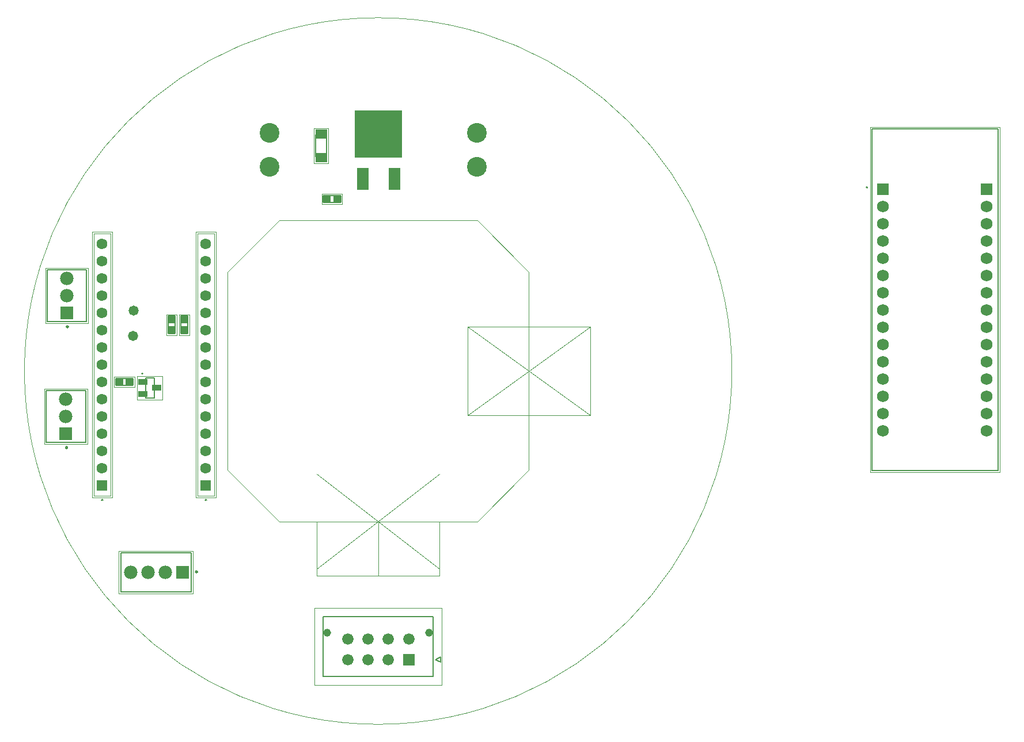
<source format=gts>
G04*
G04 #@! TF.GenerationSoftware,Altium Limited,Altium Designer,20.0.10 (225)*
G04*
G04 Layer_Color=8388736*
%FSLAX25Y25*%
%MOIN*%
G70*
G01*
G75*
%ADD10C,0.01181*%
%ADD11C,0.00787*%
%ADD12C,0.00500*%
%ADD13C,0.00600*%
%ADD15C,0.00050*%
%ADD16C,0.00394*%
%ADD17C,0.00197*%
G04:AMPARAMS|DCode=24|XSize=45.01mil|YSize=48.16mil|CornerRadius=7.7mil|HoleSize=0mil|Usage=FLASHONLY|Rotation=270.000|XOffset=0mil|YOffset=0mil|HoleType=Round|Shape=RoundedRectangle|*
%AMROUNDEDRECTD24*
21,1,0.04501,0.03276,0,0,270.0*
21,1,0.02961,0.04816,0,0,270.0*
1,1,0.01540,-0.01638,-0.01480*
1,1,0.01540,-0.01638,0.01480*
1,1,0.01540,0.01638,0.01480*
1,1,0.01540,0.01638,-0.01480*
%
%ADD24ROUNDEDRECTD24*%
%ADD25R,0.06706X0.05721*%
G04:AMPARAMS|DCode=26|XSize=45.01mil|YSize=48.16mil|CornerRadius=7.7mil|HoleSize=0mil|Usage=FLASHONLY|Rotation=0.000|XOffset=0mil|YOffset=0mil|HoleType=Round|Shape=RoundedRectangle|*
%AMROUNDEDRECTD26*
21,1,0.04501,0.03276,0,0,0.0*
21,1,0.02961,0.04816,0,0,0.0*
1,1,0.01540,0.01480,-0.01638*
1,1,0.01540,-0.01480,-0.01638*
1,1,0.01540,-0.01480,0.01638*
1,1,0.01540,0.01480,0.01638*
%
%ADD26ROUNDEDRECTD26*%
%ADD27R,0.27178X0.27178*%
%ADD28R,0.07099X0.12611*%
%ADD29R,0.05446X0.03202*%
%ADD30C,0.07828*%
%ADD31R,0.07828X0.07828*%
%ADD32C,0.06824*%
%ADD33R,0.06824X0.06824*%
%ADD34C,0.11430*%
%ADD35C,0.06272*%
%ADD36R,0.06272X0.06272*%
%ADD37R,0.06584X0.06584*%
%ADD38C,0.06584*%
%ADD39C,0.04616*%
%ADD40R,0.07828X0.07828*%
%ADD41C,0.05800*%
D10*
X56287Y191890D02*
G03*
X56287Y191890I-394J0D01*
G01*
X56787Y261890D02*
G03*
X56787Y261890I-394J0D01*
G01*
X131504Y119894D02*
G03*
X131504Y119894I-394J0D01*
G01*
D11*
X519524Y342622D02*
G03*
X519524Y342622I-394J0D01*
G01*
X136894Y161437D02*
G03*
X136894Y161437I-394J0D01*
G01*
X76894D02*
G03*
X76894Y161437I-394J0D01*
G01*
X100167Y234751D02*
G03*
X100167Y234751I-394J0D01*
G01*
D12*
X44161Y195000D02*
Y225000D01*
X66996D01*
Y195000D02*
Y225000D01*
X44161Y195000D02*
X66996D01*
X118786Y259457D02*
Y266543D01*
X114849Y259457D02*
Y266543D01*
Y259457D02*
X118786D01*
X114849Y266543D02*
X118786D01*
X200150Y373104D02*
X206449D01*
X200150Y360506D02*
X206449D01*
Y373104D01*
X200150Y360506D02*
Y373104D01*
X522004Y376658D02*
X594996D01*
Y178665D02*
Y376658D01*
X522004Y178665D02*
X594996D01*
X522004D02*
Y376658D01*
X205957Y337968D02*
X213043D01*
X205957Y334032D02*
X213043D01*
Y337968D01*
X205957Y334032D02*
Y337968D01*
X44661Y265000D02*
Y295000D01*
X67496D01*
Y265000D02*
Y295000D01*
X44661Y265000D02*
X67496D01*
X204492Y59276D02*
X268075D01*
Y93803D01*
X204492D02*
X268075D01*
X204492Y59276D02*
Y93803D01*
X272228Y67425D02*
Y70575D01*
X269472Y69000D02*
X272228Y70575D01*
X269472Y69000D02*
X272228Y67425D01*
X87500Y108161D02*
X128000D01*
X87500D02*
Y131000D01*
X128000D01*
Y108161D02*
Y131000D01*
X122031Y259457D02*
Y266543D01*
X125969Y259457D02*
Y266543D01*
X122031D02*
X125969D01*
X122031Y259457D02*
X125969D01*
X85834Y231968D02*
X92920D01*
X85834Y228031D02*
X92920D01*
Y231968D01*
X85834Y228031D02*
Y231968D01*
X101604Y232133D02*
X106722D01*
X101604Y220715D02*
Y232133D01*
Y220715D02*
X106722D01*
Y232133D01*
D13*
X226800Y368700D02*
X246200D01*
D15*
X440970Y236245D02*
G03*
X440970Y236245I-204724J0D01*
G01*
X236245Y117545D02*
Y149041D01*
Y117545D02*
X271678D01*
Y149041D01*
X236245D02*
X271678D01*
X236245Y117545D02*
Y149041D01*
X200812Y117545D02*
X236245D01*
X200812D02*
Y149041D01*
X236245D01*
X288017Y261836D02*
X358883Y210655D01*
X288017D02*
X358883Y261836D01*
Y210655D02*
Y261836D01*
X288017Y210655D02*
X358883D01*
X288017D02*
Y261836D01*
X358883D01*
X200812Y176600D02*
X271678Y121482D01*
X200812D02*
X271678Y176600D01*
X293585Y149041D02*
X323450Y178906D01*
X178906Y149041D02*
X293585D01*
X149041Y178906D02*
X178906Y149041D01*
X149041Y178906D02*
Y293585D01*
X178906Y323450D01*
X293585D01*
X323450Y293585D01*
Y178906D02*
Y293585D01*
D16*
X131750Y316004D02*
X141250D01*
X131750Y163996D02*
Y316004D01*
Y163996D02*
X141250D01*
Y316004D01*
X131750D02*
X141250D01*
X131750Y163996D02*
Y316004D01*
Y163996D02*
X141250D01*
X71750Y316004D02*
X81250D01*
X71750Y163996D02*
Y316004D01*
Y163996D02*
X81250D01*
Y316004D01*
X71750D02*
X81250D01*
X71750Y163996D02*
Y316004D01*
Y163996D02*
X81250D01*
D17*
X43177Y194016D02*
Y225984D01*
X67980D01*
Y194016D02*
Y225984D01*
X43177Y194016D02*
X67980D01*
X119810Y257055D02*
Y268945D01*
X113826Y257055D02*
X119810D01*
X113826D02*
Y268945D01*
X119810D01*
X199166Y377041D02*
X207433D01*
X199166Y356569D02*
Y377041D01*
Y356569D02*
X207433D01*
Y377041D01*
X521020Y377642D02*
X595980D01*
Y177681D02*
Y377642D01*
X521020Y177681D02*
X595980D01*
X521020D02*
Y377642D01*
X203555Y338992D02*
X215445D01*
Y333008D02*
Y338992D01*
X203555Y333008D02*
X215445D01*
X203555D02*
Y338992D01*
X142234Y163012D02*
Y316988D01*
X130766D02*
X142234D01*
X130766Y163012D02*
Y316988D01*
Y163012D02*
X142234D01*
X82234D02*
Y316988D01*
X70766D02*
X82234D01*
X70766Y163012D02*
Y316988D01*
Y163012D02*
X82234D01*
X43677Y264016D02*
Y295984D01*
X68480D01*
Y264016D02*
Y295984D01*
X43677Y264016D02*
X68480D01*
X199492Y98803D02*
X273075D01*
Y54276D02*
Y98803D01*
X199492Y54276D02*
X273075D01*
X199492D02*
Y98803D01*
X86000Y107177D02*
X128984D01*
X86016D02*
Y131980D01*
X86000D02*
X128984D01*
Y107177D02*
Y131980D01*
X121008Y257055D02*
Y268945D01*
X126992D01*
Y257055D02*
Y268945D01*
X121008Y257055D02*
X126992D01*
X83432Y232992D02*
X95322D01*
Y227008D02*
Y232992D01*
X83432Y227008D02*
X95322D01*
X83432D02*
Y232992D01*
X111506Y219731D02*
Y233117D01*
X96821Y219731D02*
X111506D01*
X96821D02*
Y233117D01*
X111506D01*
D24*
X116818Y266110D02*
D03*
Y259890D02*
D03*
X124000D02*
D03*
Y266110D02*
D03*
D25*
X203299Y373596D02*
D03*
Y360014D02*
D03*
D26*
X206390Y336000D02*
D03*
X212610D02*
D03*
X86267Y230000D02*
D03*
X92487D02*
D03*
D27*
X236500Y373500D02*
D03*
D28*
X245555Y347551D02*
D03*
X227445D02*
D03*
D29*
X108199Y226424D02*
D03*
X100128Y222822D02*
D03*
Y230026D02*
D03*
D30*
X55500Y210000D02*
D03*
Y220000D02*
D03*
X56000Y280000D02*
D03*
Y290000D02*
D03*
X93000Y119500D02*
D03*
X113000D02*
D03*
X103000D02*
D03*
D31*
X55500Y200000D02*
D03*
X56000Y270000D02*
D03*
D32*
X528500Y201500D02*
D03*
Y211500D02*
D03*
Y221500D02*
D03*
Y231500D02*
D03*
Y241500D02*
D03*
Y251500D02*
D03*
Y261500D02*
D03*
Y271500D02*
D03*
Y281500D02*
D03*
Y291500D02*
D03*
Y301500D02*
D03*
Y311500D02*
D03*
Y321500D02*
D03*
Y331500D02*
D03*
X588500Y201500D02*
D03*
Y211500D02*
D03*
Y221500D02*
D03*
Y231500D02*
D03*
Y241500D02*
D03*
Y251500D02*
D03*
Y261500D02*
D03*
Y271500D02*
D03*
Y281500D02*
D03*
Y291500D02*
D03*
Y301500D02*
D03*
Y311500D02*
D03*
Y321500D02*
D03*
Y331500D02*
D03*
D33*
X528500Y341500D02*
D03*
X588500D02*
D03*
D34*
X173500Y374342D02*
D03*
Y354658D02*
D03*
X293500Y374342D02*
D03*
Y354658D02*
D03*
D35*
X136500Y310000D02*
D03*
Y300000D02*
D03*
Y290000D02*
D03*
Y280000D02*
D03*
Y270000D02*
D03*
Y260000D02*
D03*
Y250000D02*
D03*
Y240000D02*
D03*
Y230000D02*
D03*
Y220000D02*
D03*
Y210000D02*
D03*
Y200000D02*
D03*
Y190000D02*
D03*
Y180000D02*
D03*
X76500Y310000D02*
D03*
Y300000D02*
D03*
Y290000D02*
D03*
Y280000D02*
D03*
Y270000D02*
D03*
Y260000D02*
D03*
Y250000D02*
D03*
Y240000D02*
D03*
Y230000D02*
D03*
Y220000D02*
D03*
Y210000D02*
D03*
Y200000D02*
D03*
Y190000D02*
D03*
Y180000D02*
D03*
D36*
X136500Y170000D02*
D03*
X76500D02*
D03*
D37*
X254000Y69000D02*
D03*
D38*
X242189D02*
D03*
X230378D02*
D03*
X218567D02*
D03*
X254000Y80811D02*
D03*
X242189D02*
D03*
X230378D02*
D03*
X218567D02*
D03*
D39*
X265811Y84512D02*
D03*
X206756D02*
D03*
D40*
X123000Y119500D02*
D03*
D41*
X94624Y271326D02*
D03*
X94500Y256500D02*
D03*
M02*

</source>
